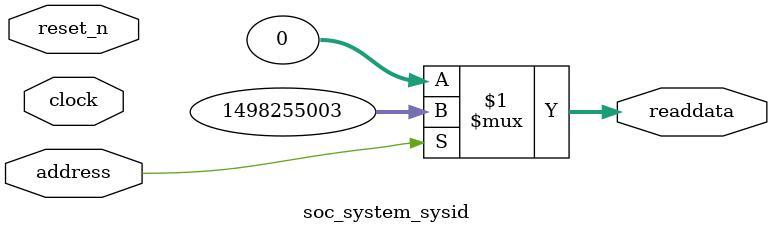
<source format=v>

`timescale 1ns / 1ps
// synthesis translate_on

// turn off superfluous verilog processor warnings 
// altera message_level Level1 
// altera message_off 10034 10035 10036 10037 10230 10240 10030 

module soc_system_sysid (
               // inputs:
                address,
                clock,
                reset_n,

               // outputs:
                readdata
             )
;

  output  [ 31: 0] readdata;
  input            address;
  input            clock;
  input            reset_n;

  wire    [ 31: 0] readdata;
  //control_slave, which is an e_avalon_slave
  assign readdata = address ? 1498255003 : 0;

endmodule




</source>
